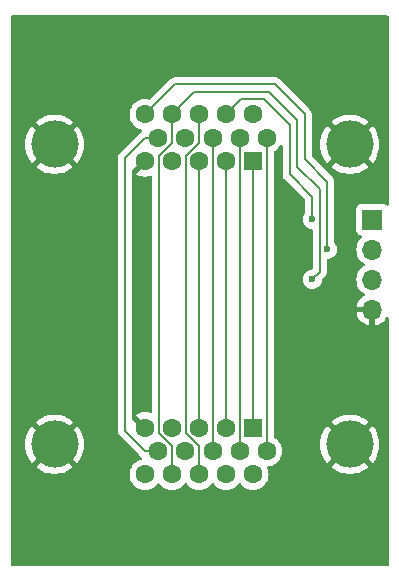
<source format=gbr>
%TF.GenerationSoftware,KiCad,Pcbnew,8.0.3+1*%
%TF.CreationDate,2024-06-22T01:26:53+02:00*%
%TF.ProjectId,EDID_spoofer,45444944-5f73-4706-9f6f-6665722e6b69,rev?*%
%TF.SameCoordinates,Original*%
%TF.FileFunction,Copper,L2,Bot*%
%TF.FilePolarity,Positive*%
%FSLAX46Y46*%
G04 Gerber Fmt 4.6, Leading zero omitted, Abs format (unit mm)*
G04 Created by KiCad (PCBNEW 8.0.3+1) date 2024-06-22 01:26:53*
%MOMM*%
%LPD*%
G01*
G04 APERTURE LIST*
%TA.AperFunction,ComponentPad*%
%ADD10C,4.000000*%
%TD*%
%TA.AperFunction,ComponentPad*%
%ADD11R,1.600000X1.600000*%
%TD*%
%TA.AperFunction,ComponentPad*%
%ADD12C,1.600000*%
%TD*%
%TA.AperFunction,ComponentPad*%
%ADD13R,1.700000X1.700000*%
%TD*%
%TA.AperFunction,ComponentPad*%
%ADD14O,1.700000X1.700000*%
%TD*%
%TA.AperFunction,ViaPad*%
%ADD15C,0.600000*%
%TD*%
%TA.AperFunction,Conductor*%
%ADD16C,0.200000*%
%TD*%
G04 APERTURE END LIST*
D10*
%TO.P,J2,0*%
%TO.N,GND*%
X21990000Y-57150000D03*
X46990000Y-57150000D03*
D11*
%TO.P,J2,1*%
%TO.N,/R*%
X38805000Y-55730000D03*
D12*
%TO.P,J2,2*%
%TO.N,/G*%
X36515000Y-55730000D03*
%TO.P,J2,3*%
%TO.N,/B*%
X34225000Y-55730000D03*
%TO.P,J2,4*%
%TO.N,unconnected-(J2-Pad4)*%
X31935000Y-55730000D03*
%TO.P,J2,5*%
%TO.N,GND*%
X29645000Y-55730000D03*
%TO.P,J2,6*%
%TO.N,/RRTN*%
X39950000Y-57710000D03*
%TO.P,J2,7*%
%TO.N,/GRTN*%
X37660000Y-57710000D03*
%TO.P,J2,8*%
%TO.N,/BRTN*%
X35370000Y-57710000D03*
%TO.P,J2,9*%
%TO.N,unconnected-(J2-Pad9)*%
X33080000Y-57710000D03*
%TO.P,J2,10*%
%TO.N,/SRTN*%
X30790000Y-57710000D03*
%TO.P,J2,11*%
%TO.N,unconnected-(J2-Pad11)*%
X38805000Y-59690000D03*
%TO.P,J2,12*%
%TO.N,unconnected-(J2-Pad12)*%
X36515000Y-59690000D03*
%TO.P,J2,13*%
%TO.N,HSYNC*%
X34225000Y-59690000D03*
%TO.P,J2,14*%
%TO.N,VSYNC*%
X31935000Y-59690000D03*
%TO.P,J2,15*%
%TO.N,unconnected-(J2-Pad15)*%
X29645000Y-59690000D03*
%TD*%
D10*
%TO.P,J1,0*%
%TO.N,GND*%
X46990000Y-31750000D03*
X21990000Y-31750000D03*
D11*
%TO.P,J1,1*%
%TO.N,/R*%
X38805000Y-33170000D03*
D12*
%TO.P,J1,2*%
%TO.N,/G*%
X36515000Y-33170000D03*
%TO.P,J1,3*%
%TO.N,/B*%
X34225000Y-33170000D03*
%TO.P,J1,4*%
%TO.N,/ID2*%
X31935000Y-33170000D03*
%TO.P,J1,5*%
%TO.N,GND*%
X29645000Y-33170000D03*
%TO.P,J1,6*%
%TO.N,/RRTN*%
X39950000Y-31190000D03*
%TO.P,J1,7*%
%TO.N,/GRTN*%
X37660000Y-31190000D03*
%TO.P,J1,8*%
%TO.N,/BRTN*%
X35370000Y-31190000D03*
%TO.P,J1,9*%
%TO.N,+5V*%
X33080000Y-31190000D03*
%TO.P,J1,10*%
%TO.N,/SRTN*%
X30790000Y-31190000D03*
%TO.P,J1,11*%
%TO.N,/ID0*%
X38805000Y-29210000D03*
%TO.P,J1,12*%
%TO.N,SDA*%
X36515000Y-29210000D03*
%TO.P,J1,13*%
%TO.N,HSYNC*%
X34225000Y-29210000D03*
%TO.P,J1,14*%
%TO.N,VSYNC*%
X31935000Y-29210000D03*
%TO.P,J1,15*%
%TO.N,SCL*%
X29645000Y-29210000D03*
%TD*%
D13*
%TO.P,J3,1,Pin_1*%
%TO.N,+5V*%
X48895000Y-38110000D03*
D14*
%TO.P,J3,2,Pin_2*%
%TO.N,SDA*%
X48895000Y-40650000D03*
%TO.P,J3,3,Pin_3*%
%TO.N,SCL*%
X48895000Y-43190000D03*
%TO.P,J3,4,Pin_4*%
%TO.N,GND*%
X48895000Y-45730000D03*
%TD*%
D15*
%TO.N,SCL*%
X45085000Y-40640000D03*
%TO.N,SDA*%
X43815000Y-38100000D03*
%TO.N,GND*%
X25400000Y-22860000D03*
X25400000Y-66040000D03*
X20320000Y-53340000D03*
X48260000Y-53340000D03*
X20320000Y-48260000D03*
X41910000Y-35560000D03*
X48260000Y-22860000D03*
X43180000Y-22860000D03*
X48260000Y-35560000D03*
X29845000Y-40640000D03*
X20320000Y-22860000D03*
X20320000Y-50800000D03*
X27940000Y-66040000D03*
X29845000Y-38100000D03*
X35560000Y-22860000D03*
X48260000Y-60960000D03*
X29845000Y-35560000D03*
X40640000Y-22860000D03*
X29845000Y-48260000D03*
X44450000Y-54610000D03*
X20320000Y-35560000D03*
X45720000Y-53340000D03*
X30480000Y-22860000D03*
X20320000Y-66040000D03*
X29845000Y-45720000D03*
X27940000Y-22860000D03*
X22860000Y-22860000D03*
X38100000Y-66040000D03*
X45720000Y-66040000D03*
X22860000Y-66040000D03*
X41910000Y-49530000D03*
X38100000Y-22860000D03*
X33020000Y-66040000D03*
X20320000Y-38100000D03*
X40640000Y-66040000D03*
X33020000Y-22860000D03*
X29845000Y-50800000D03*
X45720000Y-22860000D03*
X29845000Y-43180000D03*
X20320000Y-63500000D03*
X35560000Y-66040000D03*
X41910000Y-54610000D03*
X48260000Y-25400000D03*
X48260000Y-66040000D03*
X20320000Y-60960000D03*
X30480000Y-66040000D03*
X48260000Y-27940000D03*
X48260000Y-63500000D03*
X43180000Y-66040000D03*
X20320000Y-27940000D03*
X20320000Y-43180000D03*
X20320000Y-40640000D03*
X20320000Y-45720000D03*
X20320000Y-25400000D03*
X29845000Y-53340000D03*
%TO.N,VSYNC*%
X43815000Y-43180000D03*
%TD*%
D16*
%TO.N,SCL*%
X32185000Y-26670000D02*
X40640000Y-26670000D01*
X40640000Y-26670000D02*
X43180000Y-29210000D01*
X45085000Y-34925000D02*
X45085000Y-40640000D01*
X29645000Y-29210000D02*
X32185000Y-26670000D01*
X43180000Y-29210000D02*
X43180000Y-33020000D01*
X43180000Y-33020000D02*
X45085000Y-34925000D01*
%TO.N,SDA*%
X41910000Y-34290000D02*
X43815000Y-36195000D01*
X36515000Y-29210000D02*
X37785000Y-27940000D01*
X43815000Y-36195000D02*
X43815000Y-38100000D01*
X39756814Y-27940000D02*
X41910000Y-30093186D01*
X41910000Y-30093186D02*
X41910000Y-34290000D01*
X37785000Y-27940000D02*
X39756814Y-27940000D01*
%TO.N,VSYNC*%
X44450000Y-35560000D02*
X44450000Y-42545000D01*
X42545000Y-33655000D02*
X44450000Y-35560000D01*
X30835000Y-32714365D02*
X31935000Y-31614365D01*
X40163750Y-27305000D02*
X42545000Y-29686250D01*
X30835000Y-56199364D02*
X30835000Y-32714365D01*
X31935000Y-31614365D02*
X31935000Y-29210000D01*
X31935000Y-29210000D02*
X33840000Y-27305000D01*
X44450000Y-42545000D02*
X43815000Y-43180000D01*
X42545000Y-29686250D02*
X42545000Y-33655000D01*
X33840000Y-27305000D02*
X40163750Y-27305000D01*
X31935000Y-57299365D02*
X31935000Y-59690000D01*
X30835000Y-56199364D02*
X31935000Y-57299365D01*
%TO.N,HSYNC*%
X34225000Y-57299365D02*
X34225000Y-59690000D01*
X34225000Y-31600635D02*
X34225000Y-29210000D01*
X33125000Y-56199365D02*
X33125000Y-32700635D01*
X33125000Y-56199365D02*
X34225000Y-57299365D01*
X33125000Y-32700635D02*
X34225000Y-31600635D01*
%TO.N,/R*%
X38805000Y-33170000D02*
X38805000Y-55730000D01*
%TO.N,/B*%
X34225000Y-55730000D02*
X34225000Y-33170000D01*
%TO.N,/G*%
X36515000Y-55730000D02*
X36515000Y-33170000D01*
%TO.N,/SRTN*%
X27940000Y-55991370D02*
X27940000Y-32908630D01*
X29658630Y-57710000D02*
X27940000Y-55991370D01*
X30790000Y-31190000D02*
X29658630Y-31190000D01*
X29658630Y-31190000D02*
X27940000Y-32908630D01*
X30790000Y-57710000D02*
X29658630Y-57710000D01*
%TO.N,/RRTN*%
X39950000Y-57710000D02*
X39950000Y-31190000D01*
%TO.N,/GRTN*%
X37660000Y-57710000D02*
X37660000Y-31190000D01*
%TO.N,/BRTN*%
X35370000Y-31190000D02*
X35370000Y-57710000D01*
%TD*%
%TA.AperFunction,Conductor*%
%TO.N,GND*%
G36*
X29179075Y-33362993D02*
G01*
X29244901Y-33477007D01*
X29337993Y-33570099D01*
X29452007Y-33635925D01*
X29515588Y-33652962D01*
X28919526Y-34249025D01*
X28992513Y-34300132D01*
X28992521Y-34300136D01*
X29198668Y-34396264D01*
X29198682Y-34396269D01*
X29418389Y-34455139D01*
X29418400Y-34455141D01*
X29644998Y-34474966D01*
X29645002Y-34474966D01*
X29871599Y-34455141D01*
X29871606Y-34455140D01*
X30078406Y-34399728D01*
X30148256Y-34401391D01*
X30206119Y-34440553D01*
X30233623Y-34504782D01*
X30234500Y-34519503D01*
X30234500Y-54380496D01*
X30214815Y-54447535D01*
X30162011Y-54493290D01*
X30092853Y-54503234D01*
X30078407Y-54500271D01*
X29871610Y-54444860D01*
X29871599Y-54444858D01*
X29645002Y-54425034D01*
X29644998Y-54425034D01*
X29418400Y-54444858D01*
X29418389Y-54444860D01*
X29198682Y-54503730D01*
X29198673Y-54503734D01*
X28992516Y-54599866D01*
X28992512Y-54599868D01*
X28919526Y-54650973D01*
X28919526Y-54650974D01*
X29515589Y-55247037D01*
X29452007Y-55264075D01*
X29337993Y-55329901D01*
X29244901Y-55422993D01*
X29179075Y-55537007D01*
X29162037Y-55600590D01*
X28576819Y-55015372D01*
X28543334Y-54954049D01*
X28540500Y-54927691D01*
X28540500Y-33972308D01*
X28560185Y-33905269D01*
X28576819Y-33884627D01*
X29162037Y-33299408D01*
X29179075Y-33362993D01*
G37*
%TD.AperFunction*%
%TA.AperFunction,Conductor*%
G36*
X50242539Y-20840185D02*
G01*
X50288294Y-20892989D01*
X50299500Y-20944500D01*
X50299500Y-36802171D01*
X50279815Y-36869210D01*
X50227011Y-36914965D01*
X50157853Y-36924909D01*
X50101189Y-36901438D01*
X50058138Y-36869210D01*
X49987331Y-36816204D01*
X49987329Y-36816203D01*
X49987328Y-36816202D01*
X49852482Y-36765908D01*
X49852483Y-36765908D01*
X49792883Y-36759501D01*
X49792881Y-36759500D01*
X49792873Y-36759500D01*
X49792864Y-36759500D01*
X47997129Y-36759500D01*
X47997123Y-36759501D01*
X47937516Y-36765908D01*
X47802671Y-36816202D01*
X47802664Y-36816206D01*
X47687455Y-36902452D01*
X47687452Y-36902455D01*
X47601206Y-37017664D01*
X47601202Y-37017671D01*
X47550908Y-37152517D01*
X47544501Y-37212116D01*
X47544500Y-37212135D01*
X47544500Y-39007870D01*
X47544501Y-39007876D01*
X47550908Y-39067483D01*
X47601202Y-39202328D01*
X47601206Y-39202335D01*
X47687452Y-39317544D01*
X47687455Y-39317547D01*
X47802664Y-39403793D01*
X47802671Y-39403797D01*
X47934081Y-39452810D01*
X47990015Y-39494681D01*
X48014432Y-39560145D01*
X47999580Y-39628418D01*
X47978430Y-39656673D01*
X47856503Y-39778600D01*
X47720965Y-39972169D01*
X47720964Y-39972171D01*
X47621098Y-40186335D01*
X47621094Y-40186344D01*
X47559938Y-40414586D01*
X47559936Y-40414596D01*
X47539341Y-40649999D01*
X47539341Y-40650000D01*
X47559936Y-40885403D01*
X47559938Y-40885413D01*
X47621094Y-41113655D01*
X47621096Y-41113659D01*
X47621097Y-41113663D01*
X47634433Y-41142262D01*
X47720965Y-41327830D01*
X47720967Y-41327834D01*
X47856501Y-41521395D01*
X47856506Y-41521402D01*
X48023597Y-41688493D01*
X48023603Y-41688498D01*
X48209158Y-41818425D01*
X48252783Y-41873002D01*
X48259977Y-41942500D01*
X48228454Y-42004855D01*
X48209158Y-42021575D01*
X48023597Y-42151505D01*
X47856505Y-42318597D01*
X47720965Y-42512169D01*
X47720964Y-42512171D01*
X47621098Y-42726335D01*
X47621094Y-42726344D01*
X47559938Y-42954586D01*
X47559936Y-42954596D01*
X47539341Y-43189999D01*
X47539341Y-43190000D01*
X47559936Y-43425403D01*
X47559938Y-43425413D01*
X47621094Y-43653655D01*
X47621096Y-43653659D01*
X47621097Y-43653663D01*
X47634433Y-43682262D01*
X47720965Y-43867830D01*
X47720967Y-43867834D01*
X47856501Y-44061395D01*
X47856506Y-44061402D01*
X48023597Y-44228493D01*
X48023603Y-44228498D01*
X48209594Y-44358730D01*
X48253219Y-44413307D01*
X48260413Y-44482805D01*
X48228890Y-44545160D01*
X48209595Y-44561880D01*
X48023922Y-44691890D01*
X48023920Y-44691891D01*
X47856891Y-44858920D01*
X47856886Y-44858926D01*
X47721400Y-45052420D01*
X47721399Y-45052422D01*
X47621570Y-45266507D01*
X47621567Y-45266513D01*
X47564364Y-45479999D01*
X47564364Y-45480000D01*
X48461988Y-45480000D01*
X48429075Y-45537007D01*
X48395000Y-45664174D01*
X48395000Y-45795826D01*
X48429075Y-45922993D01*
X48461988Y-45980000D01*
X47564364Y-45980000D01*
X47621567Y-46193486D01*
X47621570Y-46193492D01*
X47721399Y-46407578D01*
X47856894Y-46601082D01*
X48023917Y-46768105D01*
X48217421Y-46903600D01*
X48431507Y-47003429D01*
X48431516Y-47003433D01*
X48645000Y-47060634D01*
X48645000Y-46163012D01*
X48702007Y-46195925D01*
X48829174Y-46230000D01*
X48960826Y-46230000D01*
X49087993Y-46195925D01*
X49145000Y-46163012D01*
X49145000Y-47060633D01*
X49358483Y-47003433D01*
X49358492Y-47003429D01*
X49572578Y-46903600D01*
X49766082Y-46768105D01*
X49933105Y-46601082D01*
X50071705Y-46403144D01*
X50072827Y-46403930D01*
X50118669Y-46360212D01*
X50187275Y-46346982D01*
X50252142Y-46372944D01*
X50292676Y-46429854D01*
X50299500Y-46470422D01*
X50299500Y-67320500D01*
X50279815Y-67387539D01*
X50227011Y-67433294D01*
X50175500Y-67444500D01*
X18404500Y-67444500D01*
X18337461Y-67424815D01*
X18291706Y-67372011D01*
X18280500Y-67320500D01*
X18280500Y-57149994D01*
X19485057Y-57149994D01*
X19485057Y-57150005D01*
X19504807Y-57463942D01*
X19504808Y-57463949D01*
X19563755Y-57772958D01*
X19660963Y-58072132D01*
X19660965Y-58072137D01*
X19794900Y-58356761D01*
X19794903Y-58356767D01*
X19963457Y-58622367D01*
X19963460Y-58622371D01*
X20054286Y-58732160D01*
X20695748Y-58090698D01*
X20769588Y-58192330D01*
X20947670Y-58370412D01*
X21049300Y-58444250D01*
X20404971Y-59088579D01*
X20404972Y-59088581D01*
X20647772Y-59264985D01*
X20647790Y-59264996D01*
X20923447Y-59416540D01*
X20923455Y-59416544D01*
X21215926Y-59532340D01*
X21520620Y-59610573D01*
X21520629Y-59610575D01*
X21832701Y-59649999D01*
X21832715Y-59650000D01*
X22147285Y-59650000D01*
X22147298Y-59649999D01*
X22459370Y-59610575D01*
X22459379Y-59610573D01*
X22764073Y-59532340D01*
X23056544Y-59416544D01*
X23056552Y-59416540D01*
X23332209Y-59264996D01*
X23332219Y-59264990D01*
X23575026Y-59088579D01*
X23575027Y-59088579D01*
X22930698Y-58444251D01*
X23032330Y-58370412D01*
X23210412Y-58192330D01*
X23284251Y-58090698D01*
X23925712Y-58732160D01*
X24016544Y-58622364D01*
X24185096Y-58356767D01*
X24185099Y-58356761D01*
X24319034Y-58072137D01*
X24319036Y-58072132D01*
X24416244Y-57772958D01*
X24475191Y-57463949D01*
X24475192Y-57463942D01*
X24494943Y-57150005D01*
X24494943Y-57149994D01*
X24475192Y-56836057D01*
X24475191Y-56836050D01*
X24416244Y-56527041D01*
X24319036Y-56227867D01*
X24319034Y-56227862D01*
X24244949Y-56070424D01*
X27339498Y-56070424D01*
X27380423Y-56223155D01*
X27409358Y-56273270D01*
X27409359Y-56273274D01*
X27409360Y-56273274D01*
X27431381Y-56311417D01*
X27459479Y-56360084D01*
X27459481Y-56360087D01*
X27578349Y-56478955D01*
X27578355Y-56478960D01*
X29173769Y-58074374D01*
X29173779Y-58074385D01*
X29178109Y-58078715D01*
X29178110Y-58078716D01*
X29289914Y-58190520D01*
X29324338Y-58210394D01*
X29372554Y-58260961D01*
X29385778Y-58329567D01*
X29359811Y-58394433D01*
X29302897Y-58434962D01*
X29294432Y-58437557D01*
X29198511Y-58463258D01*
X29198502Y-58463261D01*
X28992267Y-58559431D01*
X28992265Y-58559432D01*
X28805858Y-58689954D01*
X28644954Y-58850858D01*
X28514432Y-59037265D01*
X28514431Y-59037267D01*
X28418261Y-59243502D01*
X28418258Y-59243511D01*
X28359366Y-59463302D01*
X28359364Y-59463313D01*
X28339532Y-59689998D01*
X28339532Y-59690001D01*
X28359364Y-59916686D01*
X28359366Y-59916697D01*
X28418258Y-60136488D01*
X28418261Y-60136497D01*
X28514431Y-60342732D01*
X28514432Y-60342734D01*
X28644954Y-60529141D01*
X28805858Y-60690045D01*
X28805861Y-60690047D01*
X28992266Y-60820568D01*
X29198504Y-60916739D01*
X29418308Y-60975635D01*
X29580230Y-60989801D01*
X29644998Y-60995468D01*
X29645000Y-60995468D01*
X29645002Y-60995468D01*
X29701673Y-60990509D01*
X29871692Y-60975635D01*
X30091496Y-60916739D01*
X30297734Y-60820568D01*
X30484139Y-60690047D01*
X30645047Y-60529139D01*
X30688425Y-60467188D01*
X30743001Y-60423563D01*
X30812499Y-60416369D01*
X30874854Y-60447891D01*
X30891576Y-60467189D01*
X30934955Y-60529142D01*
X31095858Y-60690045D01*
X31095861Y-60690047D01*
X31282266Y-60820568D01*
X31488504Y-60916739D01*
X31708308Y-60975635D01*
X31870230Y-60989801D01*
X31934998Y-60995468D01*
X31935000Y-60995468D01*
X31935002Y-60995468D01*
X31991673Y-60990509D01*
X32161692Y-60975635D01*
X32381496Y-60916739D01*
X32587734Y-60820568D01*
X32774139Y-60690047D01*
X32935047Y-60529139D01*
X32978425Y-60467188D01*
X33033001Y-60423563D01*
X33102499Y-60416369D01*
X33164854Y-60447891D01*
X33181576Y-60467189D01*
X33224955Y-60529142D01*
X33385858Y-60690045D01*
X33385861Y-60690047D01*
X33572266Y-60820568D01*
X33778504Y-60916739D01*
X33998308Y-60975635D01*
X34160230Y-60989801D01*
X34224998Y-60995468D01*
X34225000Y-60995468D01*
X34225002Y-60995468D01*
X34281673Y-60990509D01*
X34451692Y-60975635D01*
X34671496Y-60916739D01*
X34877734Y-60820568D01*
X35064139Y-60690047D01*
X35225047Y-60529139D01*
X35268425Y-60467188D01*
X35323001Y-60423563D01*
X35392499Y-60416369D01*
X35454854Y-60447891D01*
X35471576Y-60467189D01*
X35514955Y-60529142D01*
X35675858Y-60690045D01*
X35675861Y-60690047D01*
X35862266Y-60820568D01*
X36068504Y-60916739D01*
X36288308Y-60975635D01*
X36450230Y-60989801D01*
X36514998Y-60995468D01*
X36515000Y-60995468D01*
X36515002Y-60995468D01*
X36571673Y-60990509D01*
X36741692Y-60975635D01*
X36961496Y-60916739D01*
X37167734Y-60820568D01*
X37354139Y-60690047D01*
X37515047Y-60529139D01*
X37558425Y-60467188D01*
X37613001Y-60423563D01*
X37682499Y-60416369D01*
X37744854Y-60447891D01*
X37761576Y-60467189D01*
X37804955Y-60529142D01*
X37965858Y-60690045D01*
X37965861Y-60690047D01*
X38152266Y-60820568D01*
X38358504Y-60916739D01*
X38578308Y-60975635D01*
X38740230Y-60989801D01*
X38804998Y-60995468D01*
X38805000Y-60995468D01*
X38805002Y-60995468D01*
X38861673Y-60990509D01*
X39031692Y-60975635D01*
X39251496Y-60916739D01*
X39457734Y-60820568D01*
X39644139Y-60690047D01*
X39805047Y-60529139D01*
X39935568Y-60342734D01*
X40031739Y-60136496D01*
X40090635Y-59916692D01*
X40110468Y-59690000D01*
X40106968Y-59650000D01*
X40103519Y-59610573D01*
X40090635Y-59463308D01*
X40031739Y-59243504D01*
X40001208Y-59178031D01*
X39990717Y-59108957D01*
X40019236Y-59045173D01*
X40077712Y-59006933D01*
X40102782Y-59002101D01*
X40176692Y-58995635D01*
X40396496Y-58936739D01*
X40602734Y-58840568D01*
X40789139Y-58710047D01*
X40950047Y-58549139D01*
X41080568Y-58362734D01*
X41176739Y-58156496D01*
X41235635Y-57936692D01*
X41255468Y-57710000D01*
X41235635Y-57483308D01*
X41176739Y-57263504D01*
X41123808Y-57149994D01*
X44485057Y-57149994D01*
X44485057Y-57150005D01*
X44504807Y-57463942D01*
X44504808Y-57463949D01*
X44563755Y-57772958D01*
X44660963Y-58072132D01*
X44660965Y-58072137D01*
X44794900Y-58356761D01*
X44794903Y-58356767D01*
X44963457Y-58622367D01*
X44963460Y-58622371D01*
X45054286Y-58732160D01*
X45695748Y-58090698D01*
X45769588Y-58192330D01*
X45947670Y-58370412D01*
X46049300Y-58444250D01*
X45404971Y-59088579D01*
X45404972Y-59088581D01*
X45647772Y-59264985D01*
X45647790Y-59264996D01*
X45923447Y-59416540D01*
X45923455Y-59416544D01*
X46215926Y-59532340D01*
X46520620Y-59610573D01*
X46520629Y-59610575D01*
X46832701Y-59649999D01*
X46832715Y-59650000D01*
X47147285Y-59650000D01*
X47147298Y-59649999D01*
X47459370Y-59610575D01*
X47459379Y-59610573D01*
X47764073Y-59532340D01*
X48056544Y-59416544D01*
X48056552Y-59416540D01*
X48332209Y-59264996D01*
X48332219Y-59264990D01*
X48575026Y-59088579D01*
X48575027Y-59088579D01*
X47930698Y-58444251D01*
X48032330Y-58370412D01*
X48210412Y-58192330D01*
X48284251Y-58090699D01*
X48925712Y-58732160D01*
X49016544Y-58622364D01*
X49185096Y-58356767D01*
X49185099Y-58356761D01*
X49319034Y-58072137D01*
X49319036Y-58072132D01*
X49416244Y-57772958D01*
X49475191Y-57463949D01*
X49475192Y-57463942D01*
X49494943Y-57150005D01*
X49494943Y-57149994D01*
X49475192Y-56836057D01*
X49475191Y-56836050D01*
X49416244Y-56527041D01*
X49319036Y-56227867D01*
X49319034Y-56227862D01*
X49185099Y-55943238D01*
X49185096Y-55943232D01*
X49016542Y-55677632D01*
X49016539Y-55677628D01*
X48925712Y-55567838D01*
X48284250Y-56209300D01*
X48210412Y-56107670D01*
X48032330Y-55929588D01*
X47930698Y-55855748D01*
X48575027Y-55211419D01*
X48575026Y-55211417D01*
X48332227Y-55035014D01*
X48332209Y-55035003D01*
X48056552Y-54883459D01*
X48056544Y-54883455D01*
X47764073Y-54767659D01*
X47459379Y-54689426D01*
X47459370Y-54689424D01*
X47147298Y-54650000D01*
X46832701Y-54650000D01*
X46520629Y-54689424D01*
X46520620Y-54689426D01*
X46215926Y-54767659D01*
X45923455Y-54883455D01*
X45923447Y-54883459D01*
X45647787Y-55035004D01*
X45647782Y-55035007D01*
X45404972Y-55211418D01*
X45404971Y-55211419D01*
X46049301Y-55855748D01*
X45947670Y-55929588D01*
X45769588Y-56107670D01*
X45695748Y-56209300D01*
X45054286Y-55567838D01*
X45054285Y-55567838D01*
X44963459Y-55677629D01*
X44963457Y-55677632D01*
X44794903Y-55943232D01*
X44794900Y-55943238D01*
X44660965Y-56227862D01*
X44660963Y-56227867D01*
X44563755Y-56527041D01*
X44504808Y-56836050D01*
X44504807Y-56836057D01*
X44485057Y-57149994D01*
X41123808Y-57149994D01*
X41080568Y-57057266D01*
X40950047Y-56870861D01*
X40950045Y-56870858D01*
X40789140Y-56709953D01*
X40603377Y-56579881D01*
X40559752Y-56525304D01*
X40550500Y-56478306D01*
X40550500Y-32421692D01*
X40570185Y-32354653D01*
X40603374Y-32320119D01*
X40789139Y-32190047D01*
X40950047Y-32029139D01*
X41080568Y-31842734D01*
X41080568Y-31842732D01*
X41083673Y-31838299D01*
X41085730Y-31839739D01*
X41128623Y-31798799D01*
X41197223Y-31785540D01*
X41262101Y-31811475D01*
X41302659Y-31868368D01*
X41309500Y-31908985D01*
X41309500Y-34203330D01*
X41309499Y-34203348D01*
X41309499Y-34369054D01*
X41309498Y-34369054D01*
X41350424Y-34521789D01*
X41350425Y-34521790D01*
X41370340Y-34556283D01*
X41370341Y-34556284D01*
X41429477Y-34658712D01*
X41429481Y-34658717D01*
X41548349Y-34777585D01*
X41548355Y-34777590D01*
X43178181Y-36407416D01*
X43211666Y-36468739D01*
X43214500Y-36495097D01*
X43214500Y-37517587D01*
X43194815Y-37584626D01*
X43187450Y-37594896D01*
X43185186Y-37597734D01*
X43089211Y-37750476D01*
X43029631Y-37920745D01*
X43029630Y-37920750D01*
X43009435Y-38099996D01*
X43009435Y-38100003D01*
X43029630Y-38279249D01*
X43029631Y-38279254D01*
X43089211Y-38449523D01*
X43185184Y-38602262D01*
X43312738Y-38729816D01*
X43465478Y-38825789D01*
X43635745Y-38885368D01*
X43635749Y-38885369D01*
X43724857Y-38895408D01*
X43739383Y-38897045D01*
X43803797Y-38924111D01*
X43843352Y-38981705D01*
X43849500Y-39020265D01*
X43849500Y-42244902D01*
X43829815Y-42311941D01*
X43813183Y-42332580D01*
X43796463Y-42349301D01*
X43735138Y-42382784D01*
X43722668Y-42384837D01*
X43635750Y-42394630D01*
X43465478Y-42454210D01*
X43312737Y-42550184D01*
X43185184Y-42677737D01*
X43089211Y-42830476D01*
X43029631Y-43000745D01*
X43029630Y-43000750D01*
X43009435Y-43179996D01*
X43009435Y-43180003D01*
X43029630Y-43359249D01*
X43029631Y-43359254D01*
X43089211Y-43529523D01*
X43167209Y-43653655D01*
X43185184Y-43682262D01*
X43312738Y-43809816D01*
X43465478Y-43905789D01*
X43635745Y-43965368D01*
X43635750Y-43965369D01*
X43814996Y-43985565D01*
X43815000Y-43985565D01*
X43815004Y-43985565D01*
X43994249Y-43965369D01*
X43994252Y-43965368D01*
X43994255Y-43965368D01*
X44164522Y-43905789D01*
X44317262Y-43809816D01*
X44444816Y-43682262D01*
X44540789Y-43529522D01*
X44600368Y-43359255D01*
X44610161Y-43272329D01*
X44637226Y-43207919D01*
X44645688Y-43198545D01*
X44930520Y-42913716D01*
X45009577Y-42776784D01*
X45050501Y-42624057D01*
X45050501Y-42465942D01*
X45050501Y-42458347D01*
X45050500Y-42458329D01*
X45050500Y-41560265D01*
X45070185Y-41493226D01*
X45122989Y-41447471D01*
X45160616Y-41437045D01*
X45178252Y-41435058D01*
X45264250Y-41425369D01*
X45264253Y-41425368D01*
X45264255Y-41425368D01*
X45434522Y-41365789D01*
X45587262Y-41269816D01*
X45714816Y-41142262D01*
X45810789Y-40989522D01*
X45870368Y-40819255D01*
X45870369Y-40819249D01*
X45890565Y-40640003D01*
X45890565Y-40639996D01*
X45870369Y-40460750D01*
X45870368Y-40460745D01*
X45810788Y-40290476D01*
X45745353Y-40186337D01*
X45714816Y-40137738D01*
X45714814Y-40137736D01*
X45714813Y-40137734D01*
X45712550Y-40134896D01*
X45711659Y-40132715D01*
X45711111Y-40131842D01*
X45711264Y-40131745D01*
X45686144Y-40070209D01*
X45685500Y-40057587D01*
X45685500Y-35014059D01*
X45685501Y-35014046D01*
X45685501Y-34845945D01*
X45685501Y-34845943D01*
X45644577Y-34693215D01*
X45615639Y-34643095D01*
X45565520Y-34556284D01*
X45453716Y-34444480D01*
X45453715Y-34444479D01*
X45449385Y-34440149D01*
X45449374Y-34440139D01*
X43816819Y-32807584D01*
X43783334Y-32746261D01*
X43780500Y-32719903D01*
X43780500Y-31749994D01*
X44485057Y-31749994D01*
X44485057Y-31750005D01*
X44504807Y-32063942D01*
X44504808Y-32063949D01*
X44563755Y-32372958D01*
X44660963Y-32672132D01*
X44660965Y-32672137D01*
X44794900Y-32956761D01*
X44794903Y-32956767D01*
X44963457Y-33222367D01*
X44963460Y-33222371D01*
X45054286Y-33332160D01*
X45695748Y-32690698D01*
X45769588Y-32792330D01*
X45947670Y-32970412D01*
X46049300Y-33044250D01*
X45404971Y-33688579D01*
X45404972Y-33688581D01*
X45647772Y-33864985D01*
X45647790Y-33864996D01*
X45923447Y-34016540D01*
X45923455Y-34016544D01*
X46215926Y-34132340D01*
X46520620Y-34210573D01*
X46520629Y-34210575D01*
X46832701Y-34249999D01*
X46832715Y-34250000D01*
X47147285Y-34250000D01*
X47147298Y-34249999D01*
X47459370Y-34210575D01*
X47459379Y-34210573D01*
X47764073Y-34132340D01*
X48056544Y-34016544D01*
X48056552Y-34016540D01*
X48332209Y-33864996D01*
X48332219Y-33864990D01*
X48575026Y-33688579D01*
X48575027Y-33688579D01*
X47930698Y-33044251D01*
X48032330Y-32970412D01*
X48210412Y-32792330D01*
X48284251Y-32690699D01*
X48925712Y-33332160D01*
X49016544Y-33222364D01*
X49185096Y-32956767D01*
X49185099Y-32956761D01*
X49319034Y-32672137D01*
X49319036Y-32672132D01*
X49416244Y-32372958D01*
X49475191Y-32063949D01*
X49475192Y-32063942D01*
X49494943Y-31750005D01*
X49494943Y-31749994D01*
X49475192Y-31436057D01*
X49475191Y-31436050D01*
X49416244Y-31127041D01*
X49319036Y-30827867D01*
X49319034Y-30827862D01*
X49185099Y-30543238D01*
X49185096Y-30543232D01*
X49016542Y-30277632D01*
X49016539Y-30277628D01*
X48925712Y-30167838D01*
X48284250Y-30809300D01*
X48210412Y-30707670D01*
X48032330Y-30529588D01*
X47930698Y-30455748D01*
X48575027Y-29811419D01*
X48575026Y-29811417D01*
X48332227Y-29635014D01*
X48332209Y-29635003D01*
X48056552Y-29483459D01*
X48056544Y-29483455D01*
X47764073Y-29367659D01*
X47459379Y-29289426D01*
X47459370Y-29289424D01*
X47147298Y-29250000D01*
X46832701Y-29250000D01*
X46520629Y-29289424D01*
X46520620Y-29289426D01*
X46215926Y-29367659D01*
X45923455Y-29483455D01*
X45923447Y-29483459D01*
X45647787Y-29635004D01*
X45647782Y-29635007D01*
X45404972Y-29811418D01*
X45404971Y-29811419D01*
X46049301Y-30455748D01*
X45947670Y-30529588D01*
X45769588Y-30707670D01*
X45695748Y-30809300D01*
X45054286Y-30167838D01*
X45054285Y-30167838D01*
X44963459Y-30277629D01*
X44963457Y-30277632D01*
X44794903Y-30543232D01*
X44794900Y-30543238D01*
X44660965Y-30827862D01*
X44660963Y-30827867D01*
X44563755Y-31127041D01*
X44504808Y-31436050D01*
X44504807Y-31436057D01*
X44485057Y-31749994D01*
X43780500Y-31749994D01*
X43780500Y-29130945D01*
X43780500Y-29130943D01*
X43739577Y-28978216D01*
X43739573Y-28978209D01*
X43660524Y-28841290D01*
X43660521Y-28841286D01*
X43660520Y-28841284D01*
X43548716Y-28729480D01*
X43548715Y-28729479D01*
X43544385Y-28725149D01*
X43544374Y-28725139D01*
X41127590Y-26308355D01*
X41127588Y-26308352D01*
X41008717Y-26189481D01*
X41008716Y-26189480D01*
X40921904Y-26139360D01*
X40921904Y-26139359D01*
X40921900Y-26139358D01*
X40871785Y-26110423D01*
X40719057Y-26069499D01*
X40560943Y-26069499D01*
X40553347Y-26069499D01*
X40553331Y-26069500D01*
X32105940Y-26069500D01*
X32065019Y-26080464D01*
X32065019Y-26080465D01*
X32027751Y-26090451D01*
X31953214Y-26110423D01*
X31953209Y-26110426D01*
X31816290Y-26189475D01*
X31816282Y-26189481D01*
X31704478Y-26301286D01*
X30087705Y-27918058D01*
X30026382Y-27951543D01*
X29967931Y-27950152D01*
X29871697Y-27924366D01*
X29871693Y-27924365D01*
X29871692Y-27924365D01*
X29871691Y-27924364D01*
X29871686Y-27924364D01*
X29645002Y-27904532D01*
X29644998Y-27904532D01*
X29418313Y-27924364D01*
X29418302Y-27924366D01*
X29198511Y-27983258D01*
X29198502Y-27983261D01*
X28992267Y-28079431D01*
X28992265Y-28079432D01*
X28805858Y-28209954D01*
X28644954Y-28370858D01*
X28514432Y-28557265D01*
X28514431Y-28557267D01*
X28418261Y-28763502D01*
X28418258Y-28763511D01*
X28359366Y-28983302D01*
X28359364Y-28983313D01*
X28339532Y-29209998D01*
X28339532Y-29210001D01*
X28359364Y-29436686D01*
X28359366Y-29436697D01*
X28418258Y-29656488D01*
X28418261Y-29656497D01*
X28514431Y-29862732D01*
X28514432Y-29862734D01*
X28644954Y-30049141D01*
X28805858Y-30210045D01*
X28805861Y-30210047D01*
X28992266Y-30340568D01*
X29198504Y-30436739D01*
X29294432Y-30462442D01*
X29354091Y-30498806D01*
X29384621Y-30561653D01*
X29376327Y-30631029D01*
X29331842Y-30684907D01*
X29324340Y-30689603D01*
X29289917Y-30709477D01*
X29289912Y-30709481D01*
X27459481Y-32539912D01*
X27459477Y-32539917D01*
X27442400Y-32569498D01*
X27442399Y-32569500D01*
X27380423Y-32676845D01*
X27339499Y-32829573D01*
X27339499Y-32829575D01*
X27339499Y-32997676D01*
X27339500Y-32997689D01*
X27339500Y-55904700D01*
X27339499Y-55904718D01*
X27339499Y-56070424D01*
X27339498Y-56070424D01*
X24244949Y-56070424D01*
X24185099Y-55943238D01*
X24185096Y-55943232D01*
X24016542Y-55677632D01*
X24016539Y-55677628D01*
X23925712Y-55567838D01*
X23284250Y-56209300D01*
X23210412Y-56107670D01*
X23032330Y-55929588D01*
X22930698Y-55855748D01*
X23575027Y-55211419D01*
X23575026Y-55211417D01*
X23332227Y-55035014D01*
X23332209Y-55035003D01*
X23056552Y-54883459D01*
X23056544Y-54883455D01*
X22764073Y-54767659D01*
X22459379Y-54689426D01*
X22459370Y-54689424D01*
X22147298Y-54650000D01*
X21832701Y-54650000D01*
X21520629Y-54689424D01*
X21520620Y-54689426D01*
X21215926Y-54767659D01*
X20923455Y-54883455D01*
X20923447Y-54883459D01*
X20647787Y-55035004D01*
X20647782Y-55035007D01*
X20404972Y-55211418D01*
X20404971Y-55211419D01*
X21049301Y-55855748D01*
X20947670Y-55929588D01*
X20769588Y-56107670D01*
X20695748Y-56209300D01*
X20054286Y-55567838D01*
X20054285Y-55567838D01*
X19963459Y-55677629D01*
X19963457Y-55677632D01*
X19794903Y-55943232D01*
X19794900Y-55943238D01*
X19660965Y-56227862D01*
X19660963Y-56227867D01*
X19563755Y-56527041D01*
X19504808Y-56836050D01*
X19504807Y-56836057D01*
X19485057Y-57149994D01*
X18280500Y-57149994D01*
X18280500Y-31749994D01*
X19485057Y-31749994D01*
X19485057Y-31750005D01*
X19504807Y-32063942D01*
X19504808Y-32063949D01*
X19563755Y-32372958D01*
X19660963Y-32672132D01*
X19660965Y-32672137D01*
X19794900Y-32956761D01*
X19794903Y-32956767D01*
X19963457Y-33222367D01*
X19963460Y-33222371D01*
X20054286Y-33332160D01*
X20695748Y-32690698D01*
X20769588Y-32792330D01*
X20947670Y-32970412D01*
X21049300Y-33044250D01*
X20404971Y-33688579D01*
X20404972Y-33688581D01*
X20647772Y-33864985D01*
X20647790Y-33864996D01*
X20923447Y-34016540D01*
X20923455Y-34016544D01*
X21215926Y-34132340D01*
X21520620Y-34210573D01*
X21520629Y-34210575D01*
X21832701Y-34249999D01*
X21832715Y-34250000D01*
X22147285Y-34250000D01*
X22147298Y-34249999D01*
X22459370Y-34210575D01*
X22459379Y-34210573D01*
X22764073Y-34132340D01*
X23056544Y-34016544D01*
X23056552Y-34016540D01*
X23332209Y-33864996D01*
X23332219Y-33864990D01*
X23575026Y-33688579D01*
X23575027Y-33688579D01*
X22930698Y-33044251D01*
X23032330Y-32970412D01*
X23210412Y-32792330D01*
X23284251Y-32690698D01*
X23925712Y-33332160D01*
X24016544Y-33222364D01*
X24185096Y-32956767D01*
X24185099Y-32956761D01*
X24319034Y-32672137D01*
X24319036Y-32672132D01*
X24416244Y-32372958D01*
X24475191Y-32063949D01*
X24475192Y-32063942D01*
X24494943Y-31750005D01*
X24494943Y-31749994D01*
X24475192Y-31436057D01*
X24475191Y-31436050D01*
X24416244Y-31127041D01*
X24319036Y-30827867D01*
X24319034Y-30827862D01*
X24185099Y-30543238D01*
X24185096Y-30543232D01*
X24016542Y-30277632D01*
X24016539Y-30277628D01*
X23925712Y-30167838D01*
X23284250Y-30809300D01*
X23210412Y-30707670D01*
X23032330Y-30529588D01*
X22930698Y-30455748D01*
X23575027Y-29811419D01*
X23575026Y-29811417D01*
X23332227Y-29635014D01*
X23332209Y-29635003D01*
X23056552Y-29483459D01*
X23056544Y-29483455D01*
X22764073Y-29367659D01*
X22459379Y-29289426D01*
X22459370Y-29289424D01*
X22147298Y-29250000D01*
X21832701Y-29250000D01*
X21520629Y-29289424D01*
X21520620Y-29289426D01*
X21215926Y-29367659D01*
X20923455Y-29483455D01*
X20923447Y-29483459D01*
X20647787Y-29635004D01*
X20647782Y-29635007D01*
X20404972Y-29811418D01*
X20404971Y-29811419D01*
X21049301Y-30455748D01*
X20947670Y-30529588D01*
X20769588Y-30707670D01*
X20695748Y-30809300D01*
X20054286Y-30167838D01*
X20054285Y-30167838D01*
X19963459Y-30277629D01*
X19963457Y-30277632D01*
X19794903Y-30543232D01*
X19794900Y-30543238D01*
X19660965Y-30827862D01*
X19660963Y-30827867D01*
X19563755Y-31127041D01*
X19504808Y-31436050D01*
X19504807Y-31436057D01*
X19485057Y-31749994D01*
X18280500Y-31749994D01*
X18280500Y-20944500D01*
X18300185Y-20877461D01*
X18352989Y-20831706D01*
X18404500Y-20820500D01*
X50175500Y-20820500D01*
X50242539Y-20840185D01*
G37*
%TD.AperFunction*%
%TD*%
M02*

</source>
